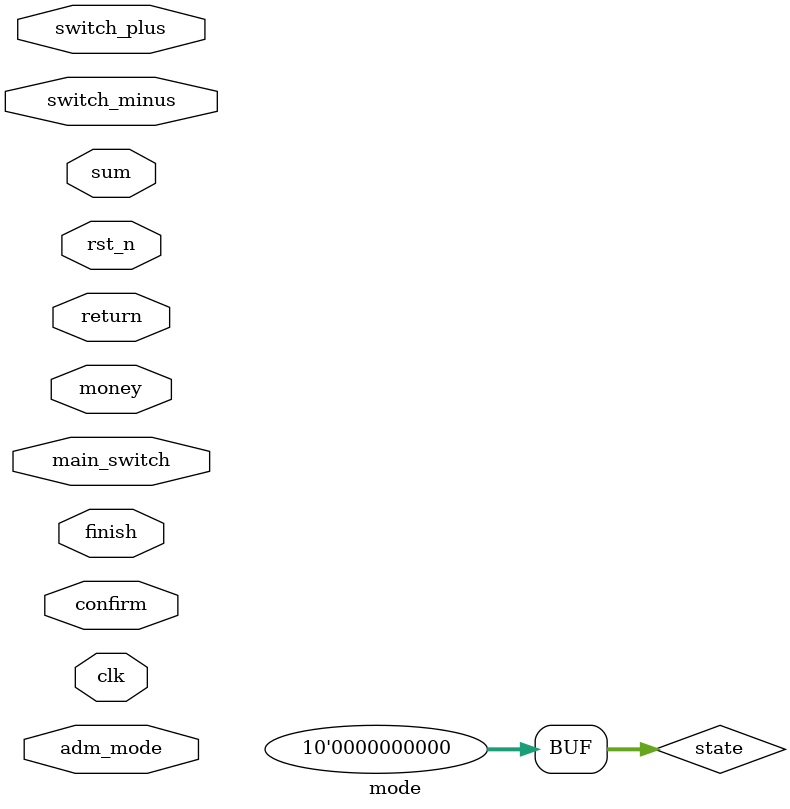
<source format=v>
`timescale 1ns / 1ps


module mode(clk, rst_n, main_switch, adm_mode,switch_plus,switch_minus, confirm, return, finish, sum, money);

input clk, rst_n,
     main_switch, //ÁãÊÛ»úµÄÖ÷¿ª¹Ø
     adm_mode,//¹ÜÀíÔ±Ä£Ê½µÄ¿ª¹Ø
     switch_plus,switch_minus,//²é¿´Ä£Ê½ÏÂÉÌÆ·ÇÐ»»£¬Ôö¼Ó»òÕß¼õÉÙ¹ºÂòÊýÁ¿µÈ
     confirm, return,//Í¨ÓÃµÄÈ·ÈÏ·µ»Ø
     finish,//µ¹¼ÆÊ±½áÊøµÄÐÅºÅ,·Ç¿ª¹Ø
     sum, money;//ÒÑÖ§¸¶½ð¶îºÍÓ¦¸¶½ð¶î

reg [9:0]state = 4'b0000;//µ±Ç°×´Ì¬


parameter S_OFF = 4'b0000,//¹Ø»ú 
          S_INQUIRE = 4'b0001,//²é¿´£¬¹ö¶¯ÏÔÊ¾ÉÌÆ·ÐÅÏ¢
          S_ADD_AMOUNT = 4'b0011,//ÒÑ¾­È·ÈÏÉÌÆ·£¬Ìí¼Ó»ò¼õÉÙÊýÁ¿
          S_PAYMENT = 4'b0010,//¸¶¿î£¨Í¶±Ò£©
          S_SUCCESS = 4'b0110,////¸¶¿î³É¹¦
          S_FAILURE = 4'b0111,//¸¶¿îÊ§°Ü
          S_ADM1 = 4'b0101,//¹ÜÀíÔ±½çÃæ£¬ÆÁÄ»ÏÔÊ¾"²é¿´ÉÌÆ·ÐÅÏ¢"
          S_ADM2 = 4'b0100,//ÆÁÄ»ÏÔÊ¾"¸´Î»"
          S_ADM3 = 4'b1100,//ÆÁÄ»ÏÔÊ¾"²é¿´ÏúÊÛ½ð¶î"
          S_ADM_INQUIRE = 4'b1101,//¹ÜÀíÔ±µÄ²é¿´Ä£Ê½£¬Í¬Ê±¿ÉÇÐ»»²é¿´ÉÌÆ·ÐÅÏ¢ºÍÓàÁ¿,È·ÈÏºó½øÐÐ²¹»õ
          S_ADM_ADD = 4'b1111,//²¹»õ
          S_RESET = 4'b1110,//¸´Î»
          S_SALE_AMOUNT = 4'b1010;//²é¿´ÏúÊÛ½ð¶î£¬²é¿´ºó×Ô¶¯·µ»Ø


    always@(*)
    begin

        case(state)
            S_OFF:
            if(main_switch)begin
                state = S_INQUIRE;
            end

            S_INQUIRE://ÉÌÆ·µÄÇÐ»»¶ÔÄ£Ê½×ª»»Ã»ÓÐÓ°Ïì£¬ÔÚÄ£¿éÄÚÊµÏÖ
            begin
            if(adm_mode)begin
                state = S_ADM1;
            end
            if(confirm) begin
                state = S_ADD_AMOUNT;
            end
            end
            
            S_ADD_AMOUNT:
            begin
            if (adm_mode)begin
                state = S_ADM1;
            end
            /*ÒòÎªÌí¼ÓÊýÁ¿µÄ¶àÉÙ²»»áÓ°Ïì×´Ì¬¸Ä±ä£¬ËùÒÔ×´Ì¬»úÕâÀïÃ»ÓÐ×ö´¦Àí
            ÔÚ¾ßÌåÄ£¿éÄÚÊµÏÖ*/
            if (confirm) begin
                state = S_ADD_AMOUNT;
            end
            if(return)begin
                state = S_INQUIRE;
            end
            end
            
            S_PAYMENT://Í¶±ÒÔÚÊýÖµ´¦Àí²¿·Ö
            begin
            if (sum > money) begin//²»ÓÃÈ·ÈÏ£¬½ð¶î´ïµ½×Ô¶¯ÅÐ¶Ï
                state = S_SUCCESS;
            end 
            if(confirm & return & finish) begin
                state = S_FAILURE;
            end
            end
            
            S_SUCCESS:
            if(confirm & return & finish)begin//ÍË¿îÍê³É£¬µ¹¼ÆÊ±½áÊø
                state = S_INQUIRE;
            end

            S_FAILURE:
            if (confirm & return & finish) begin//ÍË¿îÍê³É£¬µ¹¼ÆÊ±½áÊø
                state = S_INQUIRE;
            end

            S_ADM1:
            begin
            if (switch_plus) begin
                state = S_ADM2;
            end
            if (switch_minus) begin
                state = S_ADM3;
            end
            if (return) begin
                state = S_INQUIRE;
            end
            if (confirm) begin
                state = S_ADM_INQUIRE;
            end
            end

            S_ADM2:
            begin
            if (switch_plus) begin
                state = S_ADM3;
            end
            if (switch_minus) begin
                state = S_ADM1;
            end
            if (return) begin
                state = S_INQUIRE;
            end
            if (confirm) begin
                state = S_RESET;
            end
            end
            
            S_ADM3:
            begin
            if (switch_plus) begin
                state = S_ADM1;
            end
            if (switch_minus) begin
                state = S_ADM2;
            end
            if (return) begin
                state = S_INQUIRE;
            end
            if (confirm) begin
                state = S_SALE_AMOUNT;
            end
            end

            S_ADM_INQUIRE://¿ÉÇÐ»»²é¿´ÉÌÆ·ÐÅÏ¢£¬ÔÚÊýÖµ´¦ÀíÊµÏÖ
            if(confirm)begin
                state = S_ADM_ADD;
            end

            S_ADM_ADD://ÐèÒªÃ÷È·ÊýÖµ´¦Àí²¿·Ö£¬ÔÙÐÞ¸Ä
            if (return) begin
                state = S_ADM_INQUIRE;
            end

            S_RESET:
            //¸´Î»²Ù×÷,ÏÔÊ¾¸´Î»³É¹¦ºó£¬×Ô¶¯»Øµ½Ä£Ê½Ñ¡Ôñ
            if (finish & confirm & return) begin
                state = S_ADM2;
            end

            S_SALE_AMOUNT:
            //ÆÁÄ»ÏÔÊ¾×ÜÏúÊÛ½ð¶î£¬10sºó×Ô¶¯·µ»Ø
            if (finish & confirm & return) begin
                state = S_ADM3;
            end


            default: 
            state = S_OFF;
        endcase
    
    end
endmodule
</source>
